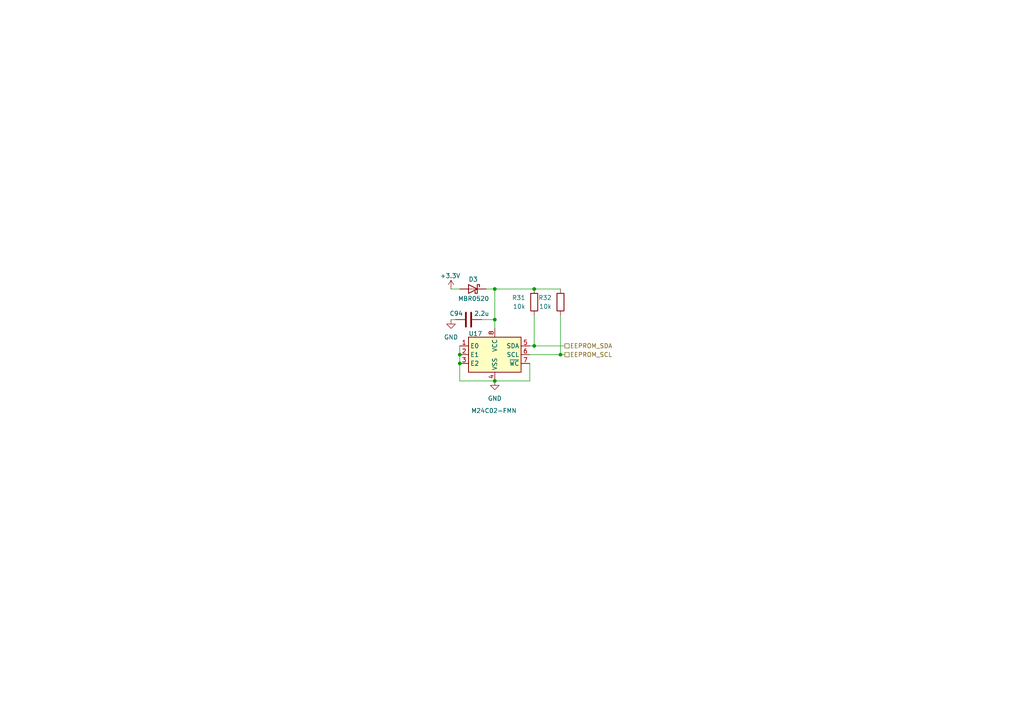
<source format=kicad_sch>
(kicad_sch (version 20250114) (generator "eeschema") (generator_version "9.0")
  (paper "A4")
  (lib_symbols
    (symbol "Device:C" (pin_numbers (hide yes)) (pin_names (offset 0.254))
      (property "Reference" "C" (at 0.635 2.54 0))
      (property "Value" "C" (at 0.635 -2.54 0))
      (symbol "C_0_1"
        (polyline (pts (xy -2.032 0.762) (xy 2.032 0.762)) (stroke (width 0.508)))
        (polyline (pts (xy -2.032 -0.762) (xy 2.032 -0.762)) (stroke (width 0.508)))
      )
      (symbol "C_1_1"
        (pin passive line (at 0 3.81 270) (length 2.794) (name "~") (number "1"))
        (pin passive line (at 0 -3.81 90) (length 2.794) (name "~") (number "2"))
      )
    )
    (symbol "Device:R" (pin_numbers (hide yes)) (pin_names (offset 0))
      (property "Reference" "R" (at 2.032 0 90))
      (property "Value" "R" (at 0 0 90))
      (symbol "R_0_1"
        (rectangle (start -1.016 -2.54) (end 1.016 2.54) (stroke (width 0.254)))
      )
      (symbol "R_1_1"
        (pin passive line (at 0 3.81 270) (length 1.27) (name "~") (number "1"))
        (pin passive line (at 0 -3.81 90) (length 1.27) (name "~") (number "2"))
      )
    )
    (symbol "Diode:MBR0520" (pin_numbers (hide yes)) (pin_names (offset 1.016) (hide yes))
      (property "Reference" "D" (at 0 2.54 0))
      (property "Value" "MBR0520" (at 0 -2.54 0))
      (symbol "MBR0520_0_1"
        (polyline (pts (xy -1.905 0.635) (xy -1.905 1.27) (xy -1.27 1.27) (xy -1.27 -1.27) (xy -0.635 -1.27) (xy -0.635 -0.635)) (stroke (width 0.254)))
        (polyline (pts (xy 1.27 1.27) (xy 1.27 -1.27) (xy -1.27 0) (xy 1.27 1.27)) (stroke (width 0.254)))
        (polyline (pts (xy 1.27 0) (xy -1.27 0)))
      )
      (symbol "MBR0520_1_1"
        (pin passive line (at -3.81 0 0) (length 2.54) (name "K") (number "1"))
        (pin passive line (at 3.81 0 180) (length 2.54) (name "A") (number "2"))
      )
    )
    (symbol "Memory_EEPROM:M24C02-FMN"
      (property "Reference" "U" (at -6.35 6.35 0))
      (property "Value" "M24C02-FMN" (at 7.62 6.35 0))
      (symbol "M24C02-FMN_0_1"
        (rectangle (start -7.62 5.08) (end 7.62 -5.08) (stroke (width 0.254)) (fill (type background)))
      )
      (symbol "M24C02-FMN_1_1"
        (pin input line (at -10.16 2.54 0) (length 2.54) (name "E0") (number "1"))
        (pin input line (at -10.16 0 0) (length 2.54) (name "E1") (number "2"))
        (pin input line (at -10.16 -2.54 0) (length 2.54) (name "E2") (number "3"))
        (pin power_in line (at 0 7.62 270) (length 2.54) (name "VCC") (number "8"))
        (pin power_in line (at 0 -7.62 90) (length 2.54) (name "VSS") (number "4"))
        (pin bidirectional line (at 10.16 2.54 180) (length 2.54) (name "SDA") (number "5"))
        (pin input line (at 10.16 0 180) (length 2.54) (name "SCL") (number "6"))
        (pin input line (at 10.16 -2.54 180) (length 2.54) (name "~{WC}") (number "7"))
      )
    )
    (symbol "power:+3.3V" (power) (pin_names (offset 0))
      (property "Value" "+3.3V" (at 0 3.556 0))
      (symbol "+3.3V_0_1"
        (polyline (pts (xy -0.762 1.27) (xy 0 2.54)))
        (polyline (pts (xy 0 2.54) (xy 0.762 1.27)))
        (polyline (pts (xy 0 0) (xy 0 2.54)))
      )
      (symbol "+3.3V_1_1"
        (pin power_in line (at 0 0 90) (length 0) (hide yes) (name "+3.3V") (number "1"))
      )
    )
    (symbol "power:GND" (power) (pin_names (offset 0))
      (property "Value" "GND" (at 0 -3.81 0))
      (symbol "GND_0_1"
        (polyline (pts (xy 0 0) (xy 0 -1.27) (xy 1.27 -1.27) (xy 0 -2.54) (xy -1.27 -1.27) (xy 0 -1.27)))
      )
      (symbol "GND_1_1"
        (pin power_in line (at 0 0 270) (length 0) (hide yes) (name "GND") (number "1"))
      )
    )
  )
  (junction (at 133.35 102.87))
  (junction (at 143.51 110.49))
  (junction (at 154.94 100.33))
  (junction (at 133.35 105.41))
  (junction (at 162.56 102.87))
  (junction (at 154.94 83.82))
  (junction (at 143.51 83.82))
  (junction (at 143.51 92.71))
  (wire (pts (xy 133.35 110.49) (xy 133.35 105.41)))
  (wire (pts (xy 143.51 92.71) (xy 143.51 95.25)))
  (wire (pts (xy 163.83 102.87) (xy 162.56 102.87)))
  (wire (pts (xy 163.83 100.33) (xy 154.94 100.33)))
  (wire (pts (xy 154.94 100.33) (xy 153.67 100.33)))
  (wire (pts (xy 154.94 91.44) (xy 154.94 100.33)))
  (wire (pts (xy 133.35 102.87) (xy 133.35 100.33)))
  (wire (pts (xy 143.51 83.82) (xy 140.97 83.82)))
  (wire (pts (xy 143.51 83.82) (xy 154.94 83.82)))
  (wire (pts (xy 162.56 102.87) (xy 153.67 102.87)))
  (wire (pts (xy 133.35 105.41) (xy 133.35 102.87)))
  (wire (pts (xy 162.56 91.44) (xy 162.56 102.87)))
  (wire (pts (xy 143.51 110.49) (xy 133.35 110.49)))
  (wire (pts (xy 143.51 92.71) (xy 143.51 83.82)))
  (wire (pts (xy 143.51 110.49) (xy 153.67 110.49)))
  (wire (pts (xy 130.81 83.82) (xy 133.35 83.82)))
  (wire (pts (xy 154.94 83.82) (xy 162.56 83.82)))
  (wire (pts (xy 130.81 92.71) (xy 132.08 92.71)))
  (wire (pts (xy 153.67 110.49) (xy 153.67 105.41)))
  (wire (pts (xy 139.7 92.71) (xy 143.51 92.71)))
  (hierarchical_label "EEPROM_SCL" (shape passive) (at 163.83 102.87 0))
  (hierarchical_label "EEPROM_SDA" (shape passive) (at 163.83 100.33 0))
  (symbol (lib_id "Diode:MBR0520") (at 137.16 83.82 0) (mirror y) (unit 1)
    (property "Reference" "D3" (at 135.89 81.026 0) (effects (justify right)))
    (property "Value" "MBR0520" (at 132.842 86.614 0) (effects (justify right)))
    (property "Footprint" "Diode_SMD:D_SOD-123" (effects (hide yes)))
    (property "Datasheet" "http://www.mccsemi.com/up_pdf/MBR0520~MBR0580(SOD123).pdf" (effects (hide yes)))
    (property "Description" "20V 0.5A Schottky Power Rectifier Diode, SOD-123" (effects (hide yes)))
    (property "Manufacturer" "Jiangsu Changjing Electronics Technology Co., Ltd." (effects (hide yes)))
    (property "Part Number" "MBR0520" (effects (hide yes)))
  )
  (symbol (lib_id "Device:R") (at 154.94 87.63 0) (mirror x) (unit 1)
    (property "Reference" "R31" (at 152.4 86.36 0) (effects (justify right)))
    (property "Value" "10k" (at 152.4 88.9 0) (effects (justify right)))
    (property "Footprint" "Resistor_SMD:R_0402_1005Metric_Pad0.72x0.64mm_HandSolder" (effects (hide yes)))
    (property "Manufacturer" "YAGEO" (effects (hide yes)))
    (property "Part Number" "RC0402FR-0710KL" (effects (hide yes)))
  )
  (symbol (lib_id "power:GND") (at 130.81 92.71 0) (unit 1)
    (property "Reference" "#PWR0143" (effects (hide yes)))
    (property "Value" "GND" (at 130.81 97.79 0))
  )
  (symbol (lib_id "power:GND") (at 143.51 110.49 0) (unit 1)
    (property "Reference" "#PWR096" (effects (hide yes)))
    (property "Value" "GND" (at 143.51 115.57 0))
  )
  (symbol (lib_id "Device:C") (at 135.89 92.71 90) (unit 1)
    (property "Reference" "C94" (at 132.334 90.932 90))
    (property "Value" "2.2u" (at 139.7 90.932 90))
    (property "Footprint" "Capacitor_SMD:C_0402_1005Metric_Pad0.74x0.62mm_HandSolder" (effects (hide yes)))
    (property "Manufacturer" "Samsung Electro-Mechanics" (effects (hide yes)))
    (property "Part Number" "CL05A225KO5NQNC" (effects (hide yes)))
  )
  (symbol (lib_id "power:+3.3V") (at 130.81 83.82 0) (unit 1)
    (property "Reference" "#PWR0144" (effects (hide yes)))
    (property "Value" "+3.3V" (at 127.635 80.01 0) (effects (justify left)))
  )
  (symbol (lib_id "Device:R") (at 162.56 87.63 0) (mirror x) (unit 1)
    (property "Reference" "R32" (at 160.02 86.36 0) (effects (justify right)))
    (property "Value" "10k" (at 160.02 88.9 0) (effects (justify right)))
    (property "Footprint" "Resistor_SMD:R_0402_1005Metric_Pad0.72x0.64mm_HandSolder" (effects (hide yes)))
    (property "Manufacturer" "YAGEO" (effects (hide yes)))
    (property "Part Number" "RC0402FR-0710KL" (effects (hide yes)))
  )
  (symbol (lib_id "Memory_EEPROM:M24C02-FMN") (at 143.51 102.87 0) (unit 1)
    (property "Reference" "U17" (at 135.89 96.774 0) (effects (justify left)))
    (property "Value" "M24C02-FMN" (at 136.652 119.126 0) (effects (justify left)))
    (property "Footprint" "Package_SO:SOIC-8_3.9x4.9mm_P1.27mm" (effects (hide yes)))
    (property "Datasheet" "http://www.st.com/content/ccc/resource/technical/document/datasheet/b0/d8/50/40/5a/85/49/6f/DM00071904.pdf/files/DM00071904.pdf/jcr:content/translations/en.DM00071904.pdf" (effects (hide yes)))
    (property "Description" "2Kb (256x8) I2C Serial EEPROM, 1.6-5.5V, SOIC-8" (effects (hide yes)))
    (property "Manufacturer" "STMicroelectronics" (effects (hide yes)))
    (property "Part Number" "M24C02-WMN6TP" (effects (hide yes)))
  )
)
</source>
